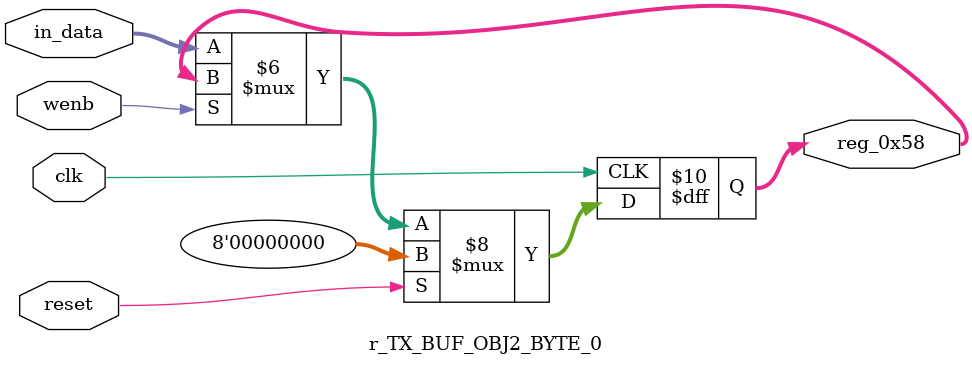
<source format=v>
module r_TX_BUF_OBJ2_BYTE_0(output reg [7:0] reg_0x58, input wire reset, input wire wenb, input wire [7:0] in_data, input wire clk);
	always@(posedge clk)
	begin
		if(reset==0) begin
			if(wenb==0)
				reg_0x58<=in_data;
			else
				reg_0x58<=reg_0x58;
		end
		else
			reg_0x58<=8'h00;
	end
endmodule
</source>
